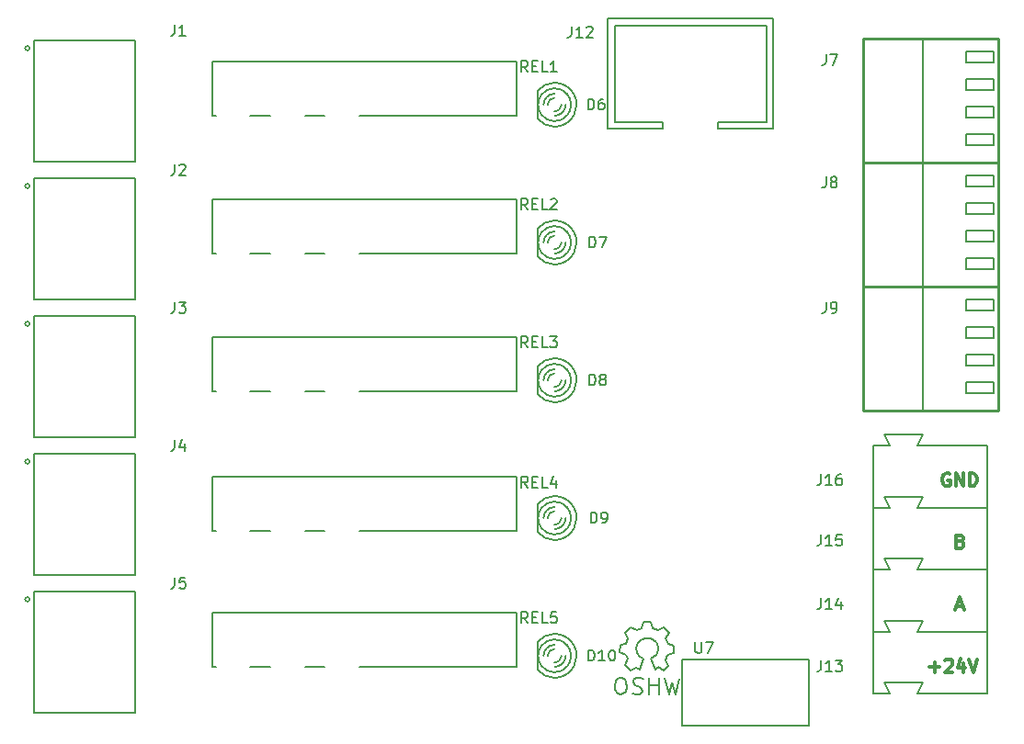
<source format=gbr>
G04 #@! TF.GenerationSoftware,KiCad,Pcbnew,5.0.2-bee76a0~70~ubuntu18.04.1*
G04 #@! TF.CreationDate,2018-12-27T21:02:31+01:00*
G04 #@! TF.ProjectId,switch_3pole_5x,73776974-6368-45f3-9370-6f6c655f3578,B*
G04 #@! TF.SameCoordinates,Original*
G04 #@! TF.FileFunction,Legend,Top*
G04 #@! TF.FilePolarity,Positive*
%FSLAX46Y46*%
G04 Gerber Fmt 4.6, Leading zero omitted, Abs format (unit mm)*
G04 Created by KiCad (PCBNEW 5.0.2-bee76a0~70~ubuntu18.04.1) date Do 27 Dez 2018 21:02:31 CET*
%MOMM*%
%LPD*%
G01*
G04 APERTURE LIST*
%ADD10C,0.300000*%
%ADD11C,0.150000*%
%ADD12C,0.250000*%
G04 APERTURE END LIST*
D10*
X185845714Y-110575714D02*
X186760000Y-110575714D01*
X186302857Y-111032857D02*
X186302857Y-110118571D01*
X187274285Y-109947142D02*
X187331428Y-109890000D01*
X187445714Y-109832857D01*
X187731428Y-109832857D01*
X187845714Y-109890000D01*
X187902857Y-109947142D01*
X187960000Y-110061428D01*
X187960000Y-110175714D01*
X187902857Y-110347142D01*
X187217142Y-111032857D01*
X187960000Y-111032857D01*
X188988571Y-110232857D02*
X188988571Y-111032857D01*
X188702857Y-109775714D02*
X188417142Y-110632857D01*
X189160000Y-110632857D01*
X189445714Y-109832857D02*
X189845714Y-111032857D01*
X190245714Y-109832857D01*
X188309285Y-104975000D02*
X188880714Y-104975000D01*
X188195000Y-105317857D02*
X188595000Y-104117857D01*
X188995000Y-105317857D01*
X188680714Y-98974285D02*
X188852142Y-99031428D01*
X188909285Y-99088571D01*
X188966428Y-99202857D01*
X188966428Y-99374285D01*
X188909285Y-99488571D01*
X188852142Y-99545714D01*
X188737857Y-99602857D01*
X188280714Y-99602857D01*
X188280714Y-98402857D01*
X188680714Y-98402857D01*
X188795000Y-98460000D01*
X188852142Y-98517142D01*
X188909285Y-98631428D01*
X188909285Y-98745714D01*
X188852142Y-98860000D01*
X188795000Y-98917142D01*
X188680714Y-98974285D01*
X188280714Y-98974285D01*
X187680714Y-92745000D02*
X187566428Y-92687857D01*
X187395000Y-92687857D01*
X187223571Y-92745000D01*
X187109285Y-92859285D01*
X187052142Y-92973571D01*
X186995000Y-93202142D01*
X186995000Y-93373571D01*
X187052142Y-93602142D01*
X187109285Y-93716428D01*
X187223571Y-93830714D01*
X187395000Y-93887857D01*
X187509285Y-93887857D01*
X187680714Y-93830714D01*
X187737857Y-93773571D01*
X187737857Y-93373571D01*
X187509285Y-93373571D01*
X188252142Y-93887857D02*
X188252142Y-92687857D01*
X188937857Y-93887857D01*
X188937857Y-92687857D01*
X189509285Y-93887857D02*
X189509285Y-92687857D01*
X189795000Y-92687857D01*
X189966428Y-92745000D01*
X190080714Y-92859285D01*
X190137857Y-92973571D01*
X190195000Y-93202142D01*
X190195000Y-93373571D01*
X190137857Y-93602142D01*
X190080714Y-93716428D01*
X189966428Y-93830714D01*
X189795000Y-93887857D01*
X189509285Y-93887857D01*
D11*
G04 #@! TO.C,U7*
X174752000Y-115951000D02*
X174752000Y-109855000D01*
X163068000Y-115951000D02*
X174752000Y-115951000D01*
X163068000Y-109855000D02*
X163068000Y-115951000D01*
X174752000Y-109855000D02*
X163068000Y-109855000D01*
G04 #@! TO.C,REL5*
X147785000Y-105520000D02*
X147785000Y-110520000D01*
X119785000Y-105520000D02*
X147785000Y-105520000D01*
X119785000Y-110520000D02*
X119785000Y-105520000D01*
X147785000Y-110520000D02*
X133285000Y-110520000D01*
X130085000Y-110520000D02*
X128285000Y-110520000D01*
X125085000Y-110520000D02*
X123285000Y-110520000D01*
X119785000Y-110520000D02*
X120085000Y-110520000D01*
G04 #@! TO.C,REL1*
X147785000Y-54720000D02*
X147785000Y-59720000D01*
X119785000Y-54720000D02*
X147785000Y-54720000D01*
X119785000Y-59720000D02*
X119785000Y-54720000D01*
X147785000Y-59720000D02*
X133285000Y-59720000D01*
X130085000Y-59720000D02*
X128285000Y-59720000D01*
X125085000Y-59720000D02*
X123285000Y-59720000D01*
X119785000Y-59720000D02*
X120085000Y-59720000D01*
G04 #@! TO.C,REL2*
X147785000Y-67420000D02*
X147785000Y-72420000D01*
X119785000Y-67420000D02*
X147785000Y-67420000D01*
X119785000Y-72420000D02*
X119785000Y-67420000D01*
X147785000Y-72420000D02*
X133285000Y-72420000D01*
X130085000Y-72420000D02*
X128285000Y-72420000D01*
X125085000Y-72420000D02*
X123285000Y-72420000D01*
X119785000Y-72420000D02*
X120085000Y-72420000D01*
G04 #@! TO.C,REL3*
X147785000Y-80120000D02*
X147785000Y-85120000D01*
X119785000Y-80120000D02*
X147785000Y-80120000D01*
X119785000Y-85120000D02*
X119785000Y-80120000D01*
X147785000Y-85120000D02*
X133285000Y-85120000D01*
X130085000Y-85120000D02*
X128285000Y-85120000D01*
X125085000Y-85120000D02*
X123285000Y-85120000D01*
X119785000Y-85120000D02*
X120085000Y-85120000D01*
G04 #@! TO.C,REL4*
X147785000Y-93033542D02*
X147785000Y-98033542D01*
X119785000Y-93033542D02*
X147785000Y-93033542D01*
X119785000Y-98033542D02*
X119785000Y-93033542D01*
X147785000Y-98033542D02*
X133285000Y-98033542D01*
X130085000Y-98033542D02*
X128285000Y-98033542D01*
X125085000Y-98033542D02*
X123285000Y-98033542D01*
X119785000Y-98033542D02*
X120085000Y-98033542D01*
G04 #@! TO.C,D6*
X153326923Y-58729900D02*
G75*
G03X153025740Y-57665740I-2030923J-100D01*
G01*
X153085130Y-59693347D02*
G75*
G03X153328000Y-58730000I-1789130J963347D01*
G01*
X153059299Y-57720149D02*
G75*
G03X151296000Y-56698000I-1763299J-1009851D01*
G01*
X151293448Y-56700614D02*
G75*
G03X149746600Y-57419360I2552J-2029386D01*
G01*
X151296975Y-60759460D02*
G75*
G03X153086700Y-59685040I-975J2029460D01*
G01*
X149737120Y-60033426D02*
G75*
G03X151296000Y-60762000I1558880J1303426D01*
G01*
X151296000Y-57714000D02*
G75*
G03X150280000Y-58730000I0J-1016000D01*
G01*
X151296000Y-58095000D02*
G75*
G03X150661000Y-58730000I0J-635000D01*
G01*
X151296000Y-59746000D02*
G75*
G03X152312000Y-58730000I0J1016000D01*
G01*
X151296000Y-59365000D02*
G75*
G03X151931000Y-58730000I0J635000D01*
G01*
X152498564Y-57793829D02*
G75*
G03X151296000Y-57206000I-1202564J-936171D01*
G01*
X151295558Y-57207794D02*
G75*
G03X150094580Y-57795280I442J-1522206D01*
G01*
X151296801Y-60254000D02*
G75*
G03X152515200Y-59644400I-801J1524000D01*
G01*
X150056834Y-59617155D02*
G75*
G03X151296000Y-60254000I1239166J887155D01*
G01*
X150125136Y-57754473D02*
G75*
G03X149772000Y-58730000I1170864J-975527D01*
G01*
X149773853Y-58730034D02*
G75*
G03X150140300Y-59720600I1522147J34D01*
G01*
X152818111Y-58729531D02*
G75*
G03X152433920Y-57719080I-1522111J-469D01*
G01*
X152466864Y-59705527D02*
G75*
G03X152820000Y-58730000I-1170864J975527D01*
G01*
X149721200Y-57460000D02*
X149721200Y-60000000D01*
G04 #@! TO.C,D7*
X153326923Y-71429900D02*
G75*
G03X153025740Y-70365740I-2030923J-100D01*
G01*
X153085130Y-72393347D02*
G75*
G03X153328000Y-71430000I-1789130J963347D01*
G01*
X153059299Y-70420149D02*
G75*
G03X151296000Y-69398000I-1763299J-1009851D01*
G01*
X151293448Y-69400614D02*
G75*
G03X149746600Y-70119360I2552J-2029386D01*
G01*
X151296975Y-73459460D02*
G75*
G03X153086700Y-72385040I-975J2029460D01*
G01*
X149737120Y-72733426D02*
G75*
G03X151296000Y-73462000I1558880J1303426D01*
G01*
X151296000Y-70414000D02*
G75*
G03X150280000Y-71430000I0J-1016000D01*
G01*
X151296000Y-70795000D02*
G75*
G03X150661000Y-71430000I0J-635000D01*
G01*
X151296000Y-72446000D02*
G75*
G03X152312000Y-71430000I0J1016000D01*
G01*
X151296000Y-72065000D02*
G75*
G03X151931000Y-71430000I0J635000D01*
G01*
X152498564Y-70493829D02*
G75*
G03X151296000Y-69906000I-1202564J-936171D01*
G01*
X151295558Y-69907794D02*
G75*
G03X150094580Y-70495280I442J-1522206D01*
G01*
X151296801Y-72954000D02*
G75*
G03X152515200Y-72344400I-801J1524000D01*
G01*
X150056834Y-72317155D02*
G75*
G03X151296000Y-72954000I1239166J887155D01*
G01*
X150125136Y-70454473D02*
G75*
G03X149772000Y-71430000I1170864J-975527D01*
G01*
X149773853Y-71430034D02*
G75*
G03X150140300Y-72420600I1522147J34D01*
G01*
X152818111Y-71429531D02*
G75*
G03X152433920Y-70419080I-1522111J-469D01*
G01*
X152466864Y-72405527D02*
G75*
G03X152820000Y-71430000I-1170864J975527D01*
G01*
X149721200Y-70160000D02*
X149721200Y-72700000D01*
G04 #@! TO.C,D8*
X153326923Y-84129900D02*
G75*
G03X153025740Y-83065740I-2030923J-100D01*
G01*
X153085130Y-85093347D02*
G75*
G03X153328000Y-84130000I-1789130J963347D01*
G01*
X153059299Y-83120149D02*
G75*
G03X151296000Y-82098000I-1763299J-1009851D01*
G01*
X151293448Y-82100614D02*
G75*
G03X149746600Y-82819360I2552J-2029386D01*
G01*
X151296975Y-86159460D02*
G75*
G03X153086700Y-85085040I-975J2029460D01*
G01*
X149737120Y-85433426D02*
G75*
G03X151296000Y-86162000I1558880J1303426D01*
G01*
X151296000Y-83114000D02*
G75*
G03X150280000Y-84130000I0J-1016000D01*
G01*
X151296000Y-83495000D02*
G75*
G03X150661000Y-84130000I0J-635000D01*
G01*
X151296000Y-85146000D02*
G75*
G03X152312000Y-84130000I0J1016000D01*
G01*
X151296000Y-84765000D02*
G75*
G03X151931000Y-84130000I0J635000D01*
G01*
X152498564Y-83193829D02*
G75*
G03X151296000Y-82606000I-1202564J-936171D01*
G01*
X151295558Y-82607794D02*
G75*
G03X150094580Y-83195280I442J-1522206D01*
G01*
X151296801Y-85654000D02*
G75*
G03X152515200Y-85044400I-801J1524000D01*
G01*
X150056834Y-85017155D02*
G75*
G03X151296000Y-85654000I1239166J887155D01*
G01*
X150125136Y-83154473D02*
G75*
G03X149772000Y-84130000I1170864J-975527D01*
G01*
X149773853Y-84130034D02*
G75*
G03X150140300Y-85120600I1522147J34D01*
G01*
X152818111Y-84129531D02*
G75*
G03X152433920Y-83119080I-1522111J-469D01*
G01*
X152466864Y-85105527D02*
G75*
G03X152820000Y-84130000I-1170864J975527D01*
G01*
X149721200Y-82860000D02*
X149721200Y-85400000D01*
G04 #@! TO.C,D9*
X153326923Y-96829900D02*
G75*
G03X153025740Y-95765740I-2030923J-100D01*
G01*
X153085130Y-97793347D02*
G75*
G03X153328000Y-96830000I-1789130J963347D01*
G01*
X153059299Y-95820149D02*
G75*
G03X151296000Y-94798000I-1763299J-1009851D01*
G01*
X151293448Y-94800614D02*
G75*
G03X149746600Y-95519360I2552J-2029386D01*
G01*
X151296975Y-98859460D02*
G75*
G03X153086700Y-97785040I-975J2029460D01*
G01*
X149737120Y-98133426D02*
G75*
G03X151296000Y-98862000I1558880J1303426D01*
G01*
X151296000Y-95814000D02*
G75*
G03X150280000Y-96830000I0J-1016000D01*
G01*
X151296000Y-96195000D02*
G75*
G03X150661000Y-96830000I0J-635000D01*
G01*
X151296000Y-97846000D02*
G75*
G03X152312000Y-96830000I0J1016000D01*
G01*
X151296000Y-97465000D02*
G75*
G03X151931000Y-96830000I0J635000D01*
G01*
X152498564Y-95893829D02*
G75*
G03X151296000Y-95306000I-1202564J-936171D01*
G01*
X151295558Y-95307794D02*
G75*
G03X150094580Y-95895280I442J-1522206D01*
G01*
X151296801Y-98354000D02*
G75*
G03X152515200Y-97744400I-801J1524000D01*
G01*
X150056834Y-97717155D02*
G75*
G03X151296000Y-98354000I1239166J887155D01*
G01*
X150125136Y-95854473D02*
G75*
G03X149772000Y-96830000I1170864J-975527D01*
G01*
X149773853Y-96830034D02*
G75*
G03X150140300Y-97820600I1522147J34D01*
G01*
X152818111Y-96829531D02*
G75*
G03X152433920Y-95819080I-1522111J-469D01*
G01*
X152466864Y-97805527D02*
G75*
G03X152820000Y-96830000I-1170864J975527D01*
G01*
X149721200Y-95560000D02*
X149721200Y-98100000D01*
G04 #@! TO.C,D10*
X153326923Y-109529900D02*
G75*
G03X153025740Y-108465740I-2030923J-100D01*
G01*
X153085130Y-110493347D02*
G75*
G03X153328000Y-109530000I-1789130J963347D01*
G01*
X153059299Y-108520149D02*
G75*
G03X151296000Y-107498000I-1763299J-1009851D01*
G01*
X151293448Y-107500614D02*
G75*
G03X149746600Y-108219360I2552J-2029386D01*
G01*
X151296975Y-111559460D02*
G75*
G03X153086700Y-110485040I-975J2029460D01*
G01*
X149737120Y-110833426D02*
G75*
G03X151296000Y-111562000I1558880J1303426D01*
G01*
X151296000Y-108514000D02*
G75*
G03X150280000Y-109530000I0J-1016000D01*
G01*
X151296000Y-108895000D02*
G75*
G03X150661000Y-109530000I0J-635000D01*
G01*
X151296000Y-110546000D02*
G75*
G03X152312000Y-109530000I0J1016000D01*
G01*
X151296000Y-110165000D02*
G75*
G03X151931000Y-109530000I0J635000D01*
G01*
X152498564Y-108593829D02*
G75*
G03X151296000Y-108006000I-1202564J-936171D01*
G01*
X151295558Y-108007794D02*
G75*
G03X150094580Y-108595280I442J-1522206D01*
G01*
X151296801Y-111054000D02*
G75*
G03X152515200Y-110444400I-801J1524000D01*
G01*
X150056834Y-110417155D02*
G75*
G03X151296000Y-111054000I1239166J887155D01*
G01*
X150125136Y-108554473D02*
G75*
G03X149772000Y-109530000I1170864J-975527D01*
G01*
X149773853Y-109530034D02*
G75*
G03X150140300Y-110520600I1522147J34D01*
G01*
X152818111Y-109529531D02*
G75*
G03X152433920Y-108519080I-1522111J-469D01*
G01*
X152466864Y-110505527D02*
G75*
G03X152820000Y-109530000I-1170864J975527D01*
G01*
X149721200Y-108260000D02*
X149721200Y-110800000D01*
G04 #@! TO.C,J16*
X191135000Y-90144600D02*
X191135000Y-95885000D01*
X180670200Y-95885000D02*
X180670200Y-90144600D01*
X185191400Y-94869000D02*
X184683400Y-95885000D01*
X181660800Y-94869000D02*
X185191400Y-94869000D01*
X182168800Y-95885000D02*
X181660800Y-94869000D01*
X185191400Y-89128600D02*
X184683400Y-90144600D01*
X181660800Y-89128600D02*
X185191400Y-89128600D01*
X182168800Y-90144600D02*
X181660800Y-89128600D01*
X180670200Y-95885000D02*
X182168800Y-95885000D01*
X191135000Y-95885000D02*
X184683400Y-95885000D01*
X180670200Y-90144600D02*
X182168800Y-90144600D01*
X191135000Y-90144600D02*
X184683400Y-90144600D01*
G04 #@! TO.C,J13*
X191135000Y-107289600D02*
X191135000Y-113030000D01*
X180670200Y-113030000D02*
X180670200Y-107289600D01*
X185191400Y-112014000D02*
X184683400Y-113030000D01*
X181660800Y-112014000D02*
X185191400Y-112014000D01*
X182168800Y-113030000D02*
X181660800Y-112014000D01*
X185191400Y-106273600D02*
X184683400Y-107289600D01*
X181660800Y-106273600D02*
X185191400Y-106273600D01*
X182168800Y-107289600D02*
X181660800Y-106273600D01*
X180670200Y-113030000D02*
X182168800Y-113030000D01*
X191135000Y-113030000D02*
X184683400Y-113030000D01*
X180670200Y-107289600D02*
X182168800Y-107289600D01*
X191135000Y-107289600D02*
X184683400Y-107289600D01*
G04 #@! TO.C,J14*
X191135000Y-101574600D02*
X191135000Y-107315000D01*
X180670200Y-107315000D02*
X180670200Y-101574600D01*
X185191400Y-106299000D02*
X184683400Y-107315000D01*
X181660800Y-106299000D02*
X185191400Y-106299000D01*
X182168800Y-107315000D02*
X181660800Y-106299000D01*
X185191400Y-100558600D02*
X184683400Y-101574600D01*
X181660800Y-100558600D02*
X185191400Y-100558600D01*
X182168800Y-101574600D02*
X181660800Y-100558600D01*
X180670200Y-107315000D02*
X182168800Y-107315000D01*
X191135000Y-107315000D02*
X184683400Y-107315000D01*
X180670200Y-101574600D02*
X182168800Y-101574600D01*
X191135000Y-101574600D02*
X184683400Y-101574600D01*
G04 #@! TO.C,J15*
X191135000Y-95859600D02*
X191135000Y-101600000D01*
X180670200Y-101600000D02*
X180670200Y-95859600D01*
X185191400Y-100584000D02*
X184683400Y-101600000D01*
X181660800Y-100584000D02*
X185191400Y-100584000D01*
X182168800Y-101600000D02*
X181660800Y-100584000D01*
X185191400Y-94843600D02*
X184683400Y-95859600D01*
X181660800Y-94843600D02*
X185191400Y-94843600D01*
X182168800Y-95859600D02*
X181660800Y-94843600D01*
X180670200Y-101600000D02*
X182168800Y-101600000D01*
X191135000Y-101600000D02*
X184683400Y-101600000D01*
X180670200Y-95859600D02*
X182168800Y-95859600D01*
X191135000Y-95859600D02*
X184683400Y-95859600D01*
G04 #@! TO.C,J12*
X156845000Y-60325000D02*
X161290000Y-60325000D01*
X161290000Y-60325000D02*
X161290000Y-60960000D01*
X156845000Y-60325000D02*
X156845000Y-51435000D01*
X156845000Y-51435000D02*
X170815000Y-51435000D01*
X170815000Y-51435000D02*
X170815000Y-60325000D01*
X170815000Y-60325000D02*
X166370000Y-60325000D01*
X166370000Y-60325000D02*
X166370000Y-60960000D01*
X171450000Y-50800000D02*
X156210000Y-50800000D01*
X166370000Y-60960000D02*
X171450000Y-60960000D01*
X161290000Y-60960000D02*
X156210000Y-60960000D01*
X171450000Y-50800000D02*
X171450000Y-60960000D01*
X156210000Y-50800000D02*
X156210000Y-60960000D01*
D12*
G04 #@! TO.C,J7*
X179706000Y-64106000D02*
X192206000Y-64106000D01*
X192206000Y-52606000D02*
X179706000Y-52606000D01*
D11*
X189230000Y-53848000D02*
X191770000Y-53848000D01*
X189230000Y-54864000D02*
X189230000Y-53848000D01*
X191770000Y-54864000D02*
X189230000Y-54864000D01*
X191770000Y-53848000D02*
X191770000Y-54864000D01*
X189230000Y-56388000D02*
X191770000Y-56388000D01*
X189230000Y-57404000D02*
X189230000Y-56388000D01*
X191770000Y-57404000D02*
X189230000Y-57404000D01*
X191770000Y-56388000D02*
X191770000Y-57404000D01*
X189230000Y-58928000D02*
X191770000Y-58928000D01*
X189230000Y-59944000D02*
X189230000Y-58928000D01*
X191770000Y-59944000D02*
X189230000Y-59944000D01*
X191770000Y-58928000D02*
X191770000Y-59944000D01*
X189230000Y-61468000D02*
X191770000Y-61468000D01*
X189230000Y-62484000D02*
X189230000Y-61468000D01*
X191770000Y-62484000D02*
X189230000Y-62484000D01*
X191770000Y-61468000D02*
X191770000Y-62484000D01*
X185206000Y-52606000D02*
X185206000Y-64106000D01*
D12*
X192206000Y-52606000D02*
X192206000Y-64106000D01*
X179706000Y-52606000D02*
X179706000Y-64106000D01*
G04 #@! TO.C,J8*
X179706000Y-75536000D02*
X192206000Y-75536000D01*
X192206000Y-64036000D02*
X179706000Y-64036000D01*
D11*
X189230000Y-65278000D02*
X191770000Y-65278000D01*
X189230000Y-66294000D02*
X189230000Y-65278000D01*
X191770000Y-66294000D02*
X189230000Y-66294000D01*
X191770000Y-65278000D02*
X191770000Y-66294000D01*
X189230000Y-67818000D02*
X191770000Y-67818000D01*
X189230000Y-68834000D02*
X189230000Y-67818000D01*
X191770000Y-68834000D02*
X189230000Y-68834000D01*
X191770000Y-67818000D02*
X191770000Y-68834000D01*
X189230000Y-70358000D02*
X191770000Y-70358000D01*
X189230000Y-71374000D02*
X189230000Y-70358000D01*
X191770000Y-71374000D02*
X189230000Y-71374000D01*
X191770000Y-70358000D02*
X191770000Y-71374000D01*
X189230000Y-72898000D02*
X191770000Y-72898000D01*
X189230000Y-73914000D02*
X189230000Y-72898000D01*
X191770000Y-73914000D02*
X189230000Y-73914000D01*
X191770000Y-72898000D02*
X191770000Y-73914000D01*
X185206000Y-64036000D02*
X185206000Y-75536000D01*
D12*
X192206000Y-64036000D02*
X192206000Y-75536000D01*
X179706000Y-64036000D02*
X179706000Y-75536000D01*
G04 #@! TO.C,J9*
X179706000Y-86966000D02*
X192206000Y-86966000D01*
X192206000Y-75466000D02*
X179706000Y-75466000D01*
D11*
X189230000Y-76708000D02*
X191770000Y-76708000D01*
X189230000Y-77724000D02*
X189230000Y-76708000D01*
X191770000Y-77724000D02*
X189230000Y-77724000D01*
X191770000Y-76708000D02*
X191770000Y-77724000D01*
X189230000Y-79248000D02*
X191770000Y-79248000D01*
X189230000Y-80264000D02*
X189230000Y-79248000D01*
X191770000Y-80264000D02*
X189230000Y-80264000D01*
X191770000Y-79248000D02*
X191770000Y-80264000D01*
X189230000Y-81788000D02*
X191770000Y-81788000D01*
X189230000Y-82804000D02*
X189230000Y-81788000D01*
X191770000Y-82804000D02*
X189230000Y-82804000D01*
X191770000Y-81788000D02*
X191770000Y-82804000D01*
X189230000Y-84328000D02*
X191770000Y-84328000D01*
X189230000Y-85344000D02*
X189230000Y-84328000D01*
X191770000Y-85344000D02*
X189230000Y-85344000D01*
X191770000Y-84328000D02*
X191770000Y-85344000D01*
X185206000Y-75466000D02*
X185206000Y-86966000D01*
D12*
X192206000Y-75466000D02*
X192206000Y-86966000D01*
X179706000Y-75466000D02*
X179706000Y-86966000D01*
D11*
G04 #@! TO.C,LOGO4*
X160155520Y-109794160D02*
X160554300Y-110794920D01*
X159454480Y-109794160D02*
X159103960Y-110794920D01*
X159103960Y-109596040D02*
X159454480Y-109794160D01*
X158855040Y-109293780D02*
X159103960Y-109596040D01*
X158804240Y-108795940D02*
X158855040Y-109293780D01*
X158954100Y-108343820D02*
X158804240Y-108795940D01*
X159355420Y-107995840D02*
X158954100Y-108343820D01*
X159754200Y-107894240D02*
X159355420Y-107995840D01*
X160203780Y-107945040D02*
X159754200Y-107894240D01*
X160655900Y-108295560D02*
X160203780Y-107945040D01*
X160805760Y-108646080D02*
X160655900Y-108295560D01*
X160805760Y-109044860D02*
X160805760Y-108646080D01*
X160655900Y-109446180D02*
X160805760Y-109044860D01*
X160455240Y-109644300D02*
X160655900Y-109446180D01*
X160155520Y-109794160D02*
X160455240Y-109644300D01*
X157874600Y-109415700D02*
X158014300Y-109814480D01*
X157315800Y-109215040D02*
X157874600Y-109415700D01*
X157325960Y-108514000D02*
X157315800Y-109215040D01*
X157874600Y-108414940D02*
X157325960Y-108514000D01*
X158044780Y-107934880D02*
X157874600Y-108414940D01*
X157795860Y-107393860D02*
X158044780Y-107934880D01*
X158314020Y-106865540D02*
X157795860Y-107393860D01*
X158865200Y-107134780D02*
X158314020Y-106865540D01*
X159284300Y-106964600D02*
X158865200Y-107134780D01*
X159495120Y-106415960D02*
X159284300Y-106964600D01*
X160186000Y-106433740D02*
X159495120Y-106415960D01*
X160356180Y-106974760D02*
X160186000Y-106433740D01*
X160826080Y-107175420D02*
X160356180Y-106974760D01*
X161344240Y-106913800D02*
X160826080Y-107175420D01*
X161814140Y-107424340D02*
X161344240Y-106913800D01*
X161544900Y-107894240D02*
X161814140Y-107424340D01*
X161745560Y-108465740D02*
X161544900Y-107894240D01*
X162304360Y-108605440D02*
X161745560Y-108465740D01*
X162304360Y-109286160D02*
X162304360Y-108605440D01*
X161694760Y-109474120D02*
X162304360Y-109286160D01*
X161504260Y-109944020D02*
X161694760Y-109474120D01*
X161786200Y-110424080D02*
X161504260Y-109944020D01*
X161313760Y-110914300D02*
X161786200Y-110424080D01*
X160874340Y-110584100D02*
X161313760Y-110914300D01*
X160544140Y-110774600D02*
X160874340Y-110584100D01*
X158824560Y-110634900D02*
X159103960Y-110794920D01*
X158303860Y-110904140D02*
X158824560Y-110634900D01*
X157765380Y-110385980D02*
X158303860Y-110904140D01*
X158024460Y-109824640D02*
X157765380Y-110385980D01*
X157765380Y-111683920D02*
X157404700Y-111554380D01*
X157874600Y-111965860D02*
X157765380Y-111683920D01*
X157925400Y-112374800D02*
X157874600Y-111965860D01*
X157854280Y-112834540D02*
X157925400Y-112374800D01*
X157635840Y-113014880D02*
X157854280Y-112834540D01*
X157325960Y-113086000D02*
X157635840Y-113014880D01*
X157074500Y-112964080D02*
X157325960Y-113086000D01*
X156873840Y-112644040D02*
X157074500Y-112964080D01*
X156845900Y-112296060D02*
X156873840Y-112644040D01*
X156934800Y-111805840D02*
X156845900Y-112296060D01*
X157176100Y-111564540D02*
X156934800Y-111805840D01*
X157425020Y-111544220D02*
X157176100Y-111564540D01*
X158814400Y-113103780D02*
X158463880Y-112994560D01*
X159134440Y-113075840D02*
X158814400Y-113103780D01*
X159365580Y-112854860D02*
X159134440Y-113075840D01*
X159324940Y-112555140D02*
X159365580Y-112854860D01*
X159144600Y-112395120D02*
X159324940Y-112555140D01*
X158755980Y-112265580D02*
X159144600Y-112395120D01*
X158514680Y-112024280D02*
X158755980Y-112265580D01*
X158545160Y-111755040D02*
X158514680Y-112024280D01*
X158783920Y-111554380D02*
X158545160Y-111755040D01*
X159103960Y-111564540D02*
X158783920Y-111554380D01*
X159454480Y-111645820D02*
X159103960Y-111564540D01*
X160005660Y-113113940D02*
X160015820Y-113103780D01*
X160005660Y-111544220D02*
X160005660Y-113113940D01*
X160894660Y-111554380D02*
X160894660Y-113096160D01*
X160854020Y-112275740D02*
X160854020Y-112265580D01*
X160843860Y-112265580D02*
X160854020Y-112275740D01*
X160053920Y-112275740D02*
X160843860Y-112265580D01*
X162423740Y-113065680D02*
X162764100Y-111615340D01*
X162113860Y-111993800D02*
X162423740Y-113065680D01*
X161834460Y-113055520D02*
X162113860Y-111993800D01*
X161473780Y-111584860D02*
X161834460Y-113055520D01*
G04 #@! TO.C,J1*
X103340000Y-52820000D02*
X112640000Y-52820000D01*
X112640000Y-64020000D02*
X103340000Y-64020000D01*
X112640000Y-52820000D02*
X112640000Y-64020000D01*
X103340000Y-64020000D02*
X103340000Y-52820000D01*
X102940000Y-53520000D02*
G75*
G03X102940000Y-53520000I-200000J0D01*
G01*
G04 #@! TO.C,J2*
X103340000Y-65520000D02*
X112640000Y-65520000D01*
X112640000Y-76720000D02*
X103340000Y-76720000D01*
X112640000Y-65520000D02*
X112640000Y-76720000D01*
X103340000Y-76720000D02*
X103340000Y-65520000D01*
X102940000Y-66220000D02*
G75*
G03X102940000Y-66220000I-200000J0D01*
G01*
G04 #@! TO.C,J3*
X103340000Y-78220000D02*
X112640000Y-78220000D01*
X112640000Y-89420000D02*
X103340000Y-89420000D01*
X112640000Y-78220000D02*
X112640000Y-89420000D01*
X103340000Y-89420000D02*
X103340000Y-78220000D01*
X102940000Y-78920000D02*
G75*
G03X102940000Y-78920000I-200000J0D01*
G01*
G04 #@! TO.C,J4*
X103340000Y-90920000D02*
X112640000Y-90920000D01*
X112640000Y-102120000D02*
X103340000Y-102120000D01*
X112640000Y-90920000D02*
X112640000Y-102120000D01*
X103340000Y-102120000D02*
X103340000Y-90920000D01*
X102940000Y-91620000D02*
G75*
G03X102940000Y-91620000I-200000J0D01*
G01*
G04 #@! TO.C,J5*
X103340000Y-103620000D02*
X112640000Y-103620000D01*
X112640000Y-114820000D02*
X103340000Y-114820000D01*
X112640000Y-103620000D02*
X112640000Y-114820000D01*
X103340000Y-114820000D02*
X103340000Y-103620000D01*
X102940000Y-104320000D02*
G75*
G03X102940000Y-104320000I-200000J0D01*
G01*
G04 #@! TO.C,U7*
X164258095Y-108277380D02*
X164258095Y-109086904D01*
X164305714Y-109182142D01*
X164353333Y-109229761D01*
X164448571Y-109277380D01*
X164639047Y-109277380D01*
X164734285Y-109229761D01*
X164781904Y-109182142D01*
X164829523Y-109086904D01*
X164829523Y-108277380D01*
X165210476Y-108277380D02*
X165877142Y-108277380D01*
X165448571Y-109277380D01*
G04 #@! TO.C,REL5*
X148836190Y-106497380D02*
X148502857Y-106021190D01*
X148264761Y-106497380D02*
X148264761Y-105497380D01*
X148645714Y-105497380D01*
X148740952Y-105545000D01*
X148788571Y-105592619D01*
X148836190Y-105687857D01*
X148836190Y-105830714D01*
X148788571Y-105925952D01*
X148740952Y-105973571D01*
X148645714Y-106021190D01*
X148264761Y-106021190D01*
X149264761Y-105973571D02*
X149598095Y-105973571D01*
X149740952Y-106497380D02*
X149264761Y-106497380D01*
X149264761Y-105497380D01*
X149740952Y-105497380D01*
X150645714Y-106497380D02*
X150169523Y-106497380D01*
X150169523Y-105497380D01*
X151455238Y-105497380D02*
X150979047Y-105497380D01*
X150931428Y-105973571D01*
X150979047Y-105925952D01*
X151074285Y-105878333D01*
X151312380Y-105878333D01*
X151407619Y-105925952D01*
X151455238Y-105973571D01*
X151502857Y-106068809D01*
X151502857Y-106306904D01*
X151455238Y-106402142D01*
X151407619Y-106449761D01*
X151312380Y-106497380D01*
X151074285Y-106497380D01*
X150979047Y-106449761D01*
X150931428Y-106402142D01*
G04 #@! TO.C,REL1*
X148836190Y-55697380D02*
X148502857Y-55221190D01*
X148264761Y-55697380D02*
X148264761Y-54697380D01*
X148645714Y-54697380D01*
X148740952Y-54745000D01*
X148788571Y-54792619D01*
X148836190Y-54887857D01*
X148836190Y-55030714D01*
X148788571Y-55125952D01*
X148740952Y-55173571D01*
X148645714Y-55221190D01*
X148264761Y-55221190D01*
X149264761Y-55173571D02*
X149598095Y-55173571D01*
X149740952Y-55697380D02*
X149264761Y-55697380D01*
X149264761Y-54697380D01*
X149740952Y-54697380D01*
X150645714Y-55697380D02*
X150169523Y-55697380D01*
X150169523Y-54697380D01*
X151502857Y-55697380D02*
X150931428Y-55697380D01*
X151217142Y-55697380D02*
X151217142Y-54697380D01*
X151121904Y-54840238D01*
X151026666Y-54935476D01*
X150931428Y-54983095D01*
G04 #@! TO.C,REL2*
X148836190Y-68397380D02*
X148502857Y-67921190D01*
X148264761Y-68397380D02*
X148264761Y-67397380D01*
X148645714Y-67397380D01*
X148740952Y-67445000D01*
X148788571Y-67492619D01*
X148836190Y-67587857D01*
X148836190Y-67730714D01*
X148788571Y-67825952D01*
X148740952Y-67873571D01*
X148645714Y-67921190D01*
X148264761Y-67921190D01*
X149264761Y-67873571D02*
X149598095Y-67873571D01*
X149740952Y-68397380D02*
X149264761Y-68397380D01*
X149264761Y-67397380D01*
X149740952Y-67397380D01*
X150645714Y-68397380D02*
X150169523Y-68397380D01*
X150169523Y-67397380D01*
X150931428Y-67492619D02*
X150979047Y-67445000D01*
X151074285Y-67397380D01*
X151312380Y-67397380D01*
X151407619Y-67445000D01*
X151455238Y-67492619D01*
X151502857Y-67587857D01*
X151502857Y-67683095D01*
X151455238Y-67825952D01*
X150883809Y-68397380D01*
X151502857Y-68397380D01*
G04 #@! TO.C,REL3*
X148836190Y-81097380D02*
X148502857Y-80621190D01*
X148264761Y-81097380D02*
X148264761Y-80097380D01*
X148645714Y-80097380D01*
X148740952Y-80145000D01*
X148788571Y-80192619D01*
X148836190Y-80287857D01*
X148836190Y-80430714D01*
X148788571Y-80525952D01*
X148740952Y-80573571D01*
X148645714Y-80621190D01*
X148264761Y-80621190D01*
X149264761Y-80573571D02*
X149598095Y-80573571D01*
X149740952Y-81097380D02*
X149264761Y-81097380D01*
X149264761Y-80097380D01*
X149740952Y-80097380D01*
X150645714Y-81097380D02*
X150169523Y-81097380D01*
X150169523Y-80097380D01*
X150883809Y-80097380D02*
X151502857Y-80097380D01*
X151169523Y-80478333D01*
X151312380Y-80478333D01*
X151407619Y-80525952D01*
X151455238Y-80573571D01*
X151502857Y-80668809D01*
X151502857Y-80906904D01*
X151455238Y-81002142D01*
X151407619Y-81049761D01*
X151312380Y-81097380D01*
X151026666Y-81097380D01*
X150931428Y-81049761D01*
X150883809Y-81002142D01*
G04 #@! TO.C,REL4*
X148836190Y-94010922D02*
X148502857Y-93534732D01*
X148264761Y-94010922D02*
X148264761Y-93010922D01*
X148645714Y-93010922D01*
X148740952Y-93058542D01*
X148788571Y-93106161D01*
X148836190Y-93201399D01*
X148836190Y-93344256D01*
X148788571Y-93439494D01*
X148740952Y-93487113D01*
X148645714Y-93534732D01*
X148264761Y-93534732D01*
X149264761Y-93487113D02*
X149598095Y-93487113D01*
X149740952Y-94010922D02*
X149264761Y-94010922D01*
X149264761Y-93010922D01*
X149740952Y-93010922D01*
X150645714Y-94010922D02*
X150169523Y-94010922D01*
X150169523Y-93010922D01*
X151407619Y-93344256D02*
X151407619Y-94010922D01*
X151169523Y-92963303D02*
X150931428Y-93677589D01*
X151550476Y-93677589D01*
G04 #@! TO.C,D6*
X154367904Y-59182380D02*
X154367904Y-58182380D01*
X154606000Y-58182380D01*
X154748857Y-58230000D01*
X154844095Y-58325238D01*
X154891714Y-58420476D01*
X154939333Y-58610952D01*
X154939333Y-58753809D01*
X154891714Y-58944285D01*
X154844095Y-59039523D01*
X154748857Y-59134761D01*
X154606000Y-59182380D01*
X154367904Y-59182380D01*
X155796476Y-58182380D02*
X155606000Y-58182380D01*
X155510761Y-58230000D01*
X155463142Y-58277619D01*
X155367904Y-58420476D01*
X155320285Y-58610952D01*
X155320285Y-58991904D01*
X155367904Y-59087142D01*
X155415523Y-59134761D01*
X155510761Y-59182380D01*
X155701238Y-59182380D01*
X155796476Y-59134761D01*
X155844095Y-59087142D01*
X155891714Y-58991904D01*
X155891714Y-58753809D01*
X155844095Y-58658571D01*
X155796476Y-58610952D01*
X155701238Y-58563333D01*
X155510761Y-58563333D01*
X155415523Y-58610952D01*
X155367904Y-58658571D01*
X155320285Y-58753809D01*
G04 #@! TO.C,D7*
X154494904Y-71882380D02*
X154494904Y-70882380D01*
X154733000Y-70882380D01*
X154875857Y-70930000D01*
X154971095Y-71025238D01*
X155018714Y-71120476D01*
X155066333Y-71310952D01*
X155066333Y-71453809D01*
X155018714Y-71644285D01*
X154971095Y-71739523D01*
X154875857Y-71834761D01*
X154733000Y-71882380D01*
X154494904Y-71882380D01*
X155399666Y-70882380D02*
X156066333Y-70882380D01*
X155637761Y-71882380D01*
G04 #@! TO.C,D8*
X154494904Y-84582380D02*
X154494904Y-83582380D01*
X154733000Y-83582380D01*
X154875857Y-83630000D01*
X154971095Y-83725238D01*
X155018714Y-83820476D01*
X155066333Y-84010952D01*
X155066333Y-84153809D01*
X155018714Y-84344285D01*
X154971095Y-84439523D01*
X154875857Y-84534761D01*
X154733000Y-84582380D01*
X154494904Y-84582380D01*
X155637761Y-84010952D02*
X155542523Y-83963333D01*
X155494904Y-83915714D01*
X155447285Y-83820476D01*
X155447285Y-83772857D01*
X155494904Y-83677619D01*
X155542523Y-83630000D01*
X155637761Y-83582380D01*
X155828238Y-83582380D01*
X155923476Y-83630000D01*
X155971095Y-83677619D01*
X156018714Y-83772857D01*
X156018714Y-83820476D01*
X155971095Y-83915714D01*
X155923476Y-83963333D01*
X155828238Y-84010952D01*
X155637761Y-84010952D01*
X155542523Y-84058571D01*
X155494904Y-84106190D01*
X155447285Y-84201428D01*
X155447285Y-84391904D01*
X155494904Y-84487142D01*
X155542523Y-84534761D01*
X155637761Y-84582380D01*
X155828238Y-84582380D01*
X155923476Y-84534761D01*
X155971095Y-84487142D01*
X156018714Y-84391904D01*
X156018714Y-84201428D01*
X155971095Y-84106190D01*
X155923476Y-84058571D01*
X155828238Y-84010952D01*
G04 #@! TO.C,D9*
X154621904Y-97282380D02*
X154621904Y-96282380D01*
X154860000Y-96282380D01*
X155002857Y-96330000D01*
X155098095Y-96425238D01*
X155145714Y-96520476D01*
X155193333Y-96710952D01*
X155193333Y-96853809D01*
X155145714Y-97044285D01*
X155098095Y-97139523D01*
X155002857Y-97234761D01*
X154860000Y-97282380D01*
X154621904Y-97282380D01*
X155669523Y-97282380D02*
X155860000Y-97282380D01*
X155955238Y-97234761D01*
X156002857Y-97187142D01*
X156098095Y-97044285D01*
X156145714Y-96853809D01*
X156145714Y-96472857D01*
X156098095Y-96377619D01*
X156050476Y-96330000D01*
X155955238Y-96282380D01*
X155764761Y-96282380D01*
X155669523Y-96330000D01*
X155621904Y-96377619D01*
X155574285Y-96472857D01*
X155574285Y-96710952D01*
X155621904Y-96806190D01*
X155669523Y-96853809D01*
X155764761Y-96901428D01*
X155955238Y-96901428D01*
X156050476Y-96853809D01*
X156098095Y-96806190D01*
X156145714Y-96710952D01*
G04 #@! TO.C,D10*
X154399714Y-109982380D02*
X154399714Y-108982380D01*
X154637809Y-108982380D01*
X154780666Y-109030000D01*
X154875904Y-109125238D01*
X154923523Y-109220476D01*
X154971142Y-109410952D01*
X154971142Y-109553809D01*
X154923523Y-109744285D01*
X154875904Y-109839523D01*
X154780666Y-109934761D01*
X154637809Y-109982380D01*
X154399714Y-109982380D01*
X155923523Y-109982380D02*
X155352095Y-109982380D01*
X155637809Y-109982380D02*
X155637809Y-108982380D01*
X155542571Y-109125238D01*
X155447333Y-109220476D01*
X155352095Y-109268095D01*
X156542571Y-108982380D02*
X156637809Y-108982380D01*
X156733047Y-109030000D01*
X156780666Y-109077619D01*
X156828285Y-109172857D01*
X156875904Y-109363333D01*
X156875904Y-109601428D01*
X156828285Y-109791904D01*
X156780666Y-109887142D01*
X156733047Y-109934761D01*
X156637809Y-109982380D01*
X156542571Y-109982380D01*
X156447333Y-109934761D01*
X156399714Y-109887142D01*
X156352095Y-109791904D01*
X156304476Y-109601428D01*
X156304476Y-109363333D01*
X156352095Y-109172857D01*
X156399714Y-109077619D01*
X156447333Y-109030000D01*
X156542571Y-108982380D01*
G04 #@! TO.C,J16*
X175830476Y-92797380D02*
X175830476Y-93511666D01*
X175782857Y-93654523D01*
X175687619Y-93749761D01*
X175544761Y-93797380D01*
X175449523Y-93797380D01*
X176830476Y-93797380D02*
X176259047Y-93797380D01*
X176544761Y-93797380D02*
X176544761Y-92797380D01*
X176449523Y-92940238D01*
X176354285Y-93035476D01*
X176259047Y-93083095D01*
X177687619Y-92797380D02*
X177497142Y-92797380D01*
X177401904Y-92845000D01*
X177354285Y-92892619D01*
X177259047Y-93035476D01*
X177211428Y-93225952D01*
X177211428Y-93606904D01*
X177259047Y-93702142D01*
X177306666Y-93749761D01*
X177401904Y-93797380D01*
X177592380Y-93797380D01*
X177687619Y-93749761D01*
X177735238Y-93702142D01*
X177782857Y-93606904D01*
X177782857Y-93368809D01*
X177735238Y-93273571D01*
X177687619Y-93225952D01*
X177592380Y-93178333D01*
X177401904Y-93178333D01*
X177306666Y-93225952D01*
X177259047Y-93273571D01*
X177211428Y-93368809D01*
G04 #@! TO.C,J13*
X175830476Y-109942380D02*
X175830476Y-110656666D01*
X175782857Y-110799523D01*
X175687619Y-110894761D01*
X175544761Y-110942380D01*
X175449523Y-110942380D01*
X176830476Y-110942380D02*
X176259047Y-110942380D01*
X176544761Y-110942380D02*
X176544761Y-109942380D01*
X176449523Y-110085238D01*
X176354285Y-110180476D01*
X176259047Y-110228095D01*
X177163809Y-109942380D02*
X177782857Y-109942380D01*
X177449523Y-110323333D01*
X177592380Y-110323333D01*
X177687619Y-110370952D01*
X177735238Y-110418571D01*
X177782857Y-110513809D01*
X177782857Y-110751904D01*
X177735238Y-110847142D01*
X177687619Y-110894761D01*
X177592380Y-110942380D01*
X177306666Y-110942380D01*
X177211428Y-110894761D01*
X177163809Y-110847142D01*
G04 #@! TO.C,J14*
X175830476Y-104227380D02*
X175830476Y-104941666D01*
X175782857Y-105084523D01*
X175687619Y-105179761D01*
X175544761Y-105227380D01*
X175449523Y-105227380D01*
X176830476Y-105227380D02*
X176259047Y-105227380D01*
X176544761Y-105227380D02*
X176544761Y-104227380D01*
X176449523Y-104370238D01*
X176354285Y-104465476D01*
X176259047Y-104513095D01*
X177687619Y-104560714D02*
X177687619Y-105227380D01*
X177449523Y-104179761D02*
X177211428Y-104894047D01*
X177830476Y-104894047D01*
G04 #@! TO.C,J15*
X175830476Y-98372380D02*
X175830476Y-99086666D01*
X175782857Y-99229523D01*
X175687619Y-99324761D01*
X175544761Y-99372380D01*
X175449523Y-99372380D01*
X176830476Y-99372380D02*
X176259047Y-99372380D01*
X176544761Y-99372380D02*
X176544761Y-98372380D01*
X176449523Y-98515238D01*
X176354285Y-98610476D01*
X176259047Y-98658095D01*
X177735238Y-98372380D02*
X177259047Y-98372380D01*
X177211428Y-98848571D01*
X177259047Y-98800952D01*
X177354285Y-98753333D01*
X177592380Y-98753333D01*
X177687619Y-98800952D01*
X177735238Y-98848571D01*
X177782857Y-98943809D01*
X177782857Y-99181904D01*
X177735238Y-99277142D01*
X177687619Y-99324761D01*
X177592380Y-99372380D01*
X177354285Y-99372380D01*
X177259047Y-99324761D01*
X177211428Y-99277142D01*
G04 #@! TO.C,J12*
X152860476Y-51522380D02*
X152860476Y-52236666D01*
X152812857Y-52379523D01*
X152717619Y-52474761D01*
X152574761Y-52522380D01*
X152479523Y-52522380D01*
X153860476Y-52522380D02*
X153289047Y-52522380D01*
X153574761Y-52522380D02*
X153574761Y-51522380D01*
X153479523Y-51665238D01*
X153384285Y-51760476D01*
X153289047Y-51808095D01*
X154241428Y-51617619D02*
X154289047Y-51570000D01*
X154384285Y-51522380D01*
X154622380Y-51522380D01*
X154717619Y-51570000D01*
X154765238Y-51617619D01*
X154812857Y-51712857D01*
X154812857Y-51808095D01*
X154765238Y-51950952D01*
X154193809Y-52522380D01*
X154812857Y-52522380D01*
G04 #@! TO.C,J7*
X176306666Y-54062380D02*
X176306666Y-54776666D01*
X176259047Y-54919523D01*
X176163809Y-55014761D01*
X176020952Y-55062380D01*
X175925714Y-55062380D01*
X176687619Y-54062380D02*
X177354285Y-54062380D01*
X176925714Y-55062380D01*
G04 #@! TO.C,J8*
X176306666Y-65372380D02*
X176306666Y-66086666D01*
X176259047Y-66229523D01*
X176163809Y-66324761D01*
X176020952Y-66372380D01*
X175925714Y-66372380D01*
X176925714Y-65800952D02*
X176830476Y-65753333D01*
X176782857Y-65705714D01*
X176735238Y-65610476D01*
X176735238Y-65562857D01*
X176782857Y-65467619D01*
X176830476Y-65420000D01*
X176925714Y-65372380D01*
X177116190Y-65372380D01*
X177211428Y-65420000D01*
X177259047Y-65467619D01*
X177306666Y-65562857D01*
X177306666Y-65610476D01*
X177259047Y-65705714D01*
X177211428Y-65753333D01*
X177116190Y-65800952D01*
X176925714Y-65800952D01*
X176830476Y-65848571D01*
X176782857Y-65896190D01*
X176735238Y-65991428D01*
X176735238Y-66181904D01*
X176782857Y-66277142D01*
X176830476Y-66324761D01*
X176925714Y-66372380D01*
X177116190Y-66372380D01*
X177211428Y-66324761D01*
X177259047Y-66277142D01*
X177306666Y-66181904D01*
X177306666Y-65991428D01*
X177259047Y-65896190D01*
X177211428Y-65848571D01*
X177116190Y-65800952D01*
G04 #@! TO.C,J9*
X176306666Y-76922380D02*
X176306666Y-77636666D01*
X176259047Y-77779523D01*
X176163809Y-77874761D01*
X176020952Y-77922380D01*
X175925714Y-77922380D01*
X176830476Y-77922380D02*
X177020952Y-77922380D01*
X177116190Y-77874761D01*
X177163809Y-77827142D01*
X177259047Y-77684285D01*
X177306666Y-77493809D01*
X177306666Y-77112857D01*
X177259047Y-77017619D01*
X177211428Y-76970000D01*
X177116190Y-76922380D01*
X176925714Y-76922380D01*
X176830476Y-76970000D01*
X176782857Y-77017619D01*
X176735238Y-77112857D01*
X176735238Y-77350952D01*
X176782857Y-77446190D01*
X176830476Y-77493809D01*
X176925714Y-77541428D01*
X177116190Y-77541428D01*
X177211428Y-77493809D01*
X177259047Y-77446190D01*
X177306666Y-77350952D01*
G04 #@! TO.C,J1*
X116306666Y-51372380D02*
X116306666Y-52086666D01*
X116259047Y-52229523D01*
X116163809Y-52324761D01*
X116020952Y-52372380D01*
X115925714Y-52372380D01*
X117306666Y-52372380D02*
X116735238Y-52372380D01*
X117020952Y-52372380D02*
X117020952Y-51372380D01*
X116925714Y-51515238D01*
X116830476Y-51610476D01*
X116735238Y-51658095D01*
G04 #@! TO.C,J2*
X116306666Y-64222380D02*
X116306666Y-64936666D01*
X116259047Y-65079523D01*
X116163809Y-65174761D01*
X116020952Y-65222380D01*
X115925714Y-65222380D01*
X116735238Y-64317619D02*
X116782857Y-64270000D01*
X116878095Y-64222380D01*
X117116190Y-64222380D01*
X117211428Y-64270000D01*
X117259047Y-64317619D01*
X117306666Y-64412857D01*
X117306666Y-64508095D01*
X117259047Y-64650952D01*
X116687619Y-65222380D01*
X117306666Y-65222380D01*
G04 #@! TO.C,J3*
X116306666Y-76922380D02*
X116306666Y-77636666D01*
X116259047Y-77779523D01*
X116163809Y-77874761D01*
X116020952Y-77922380D01*
X115925714Y-77922380D01*
X116687619Y-76922380D02*
X117306666Y-76922380D01*
X116973333Y-77303333D01*
X117116190Y-77303333D01*
X117211428Y-77350952D01*
X117259047Y-77398571D01*
X117306666Y-77493809D01*
X117306666Y-77731904D01*
X117259047Y-77827142D01*
X117211428Y-77874761D01*
X117116190Y-77922380D01*
X116830476Y-77922380D01*
X116735238Y-77874761D01*
X116687619Y-77827142D01*
G04 #@! TO.C,J4*
X116306666Y-89622380D02*
X116306666Y-90336666D01*
X116259047Y-90479523D01*
X116163809Y-90574761D01*
X116020952Y-90622380D01*
X115925714Y-90622380D01*
X117211428Y-89955714D02*
X117211428Y-90622380D01*
X116973333Y-89574761D02*
X116735238Y-90289047D01*
X117354285Y-90289047D01*
G04 #@! TO.C,J5*
X116306666Y-102322380D02*
X116306666Y-103036666D01*
X116259047Y-103179523D01*
X116163809Y-103274761D01*
X116020952Y-103322380D01*
X115925714Y-103322380D01*
X117259047Y-102322380D02*
X116782857Y-102322380D01*
X116735238Y-102798571D01*
X116782857Y-102750952D01*
X116878095Y-102703333D01*
X117116190Y-102703333D01*
X117211428Y-102750952D01*
X117259047Y-102798571D01*
X117306666Y-102893809D01*
X117306666Y-103131904D01*
X117259047Y-103227142D01*
X117211428Y-103274761D01*
X117116190Y-103322380D01*
X116878095Y-103322380D01*
X116782857Y-103274761D01*
X116735238Y-103227142D01*
G04 #@! TD*
M02*

</source>
